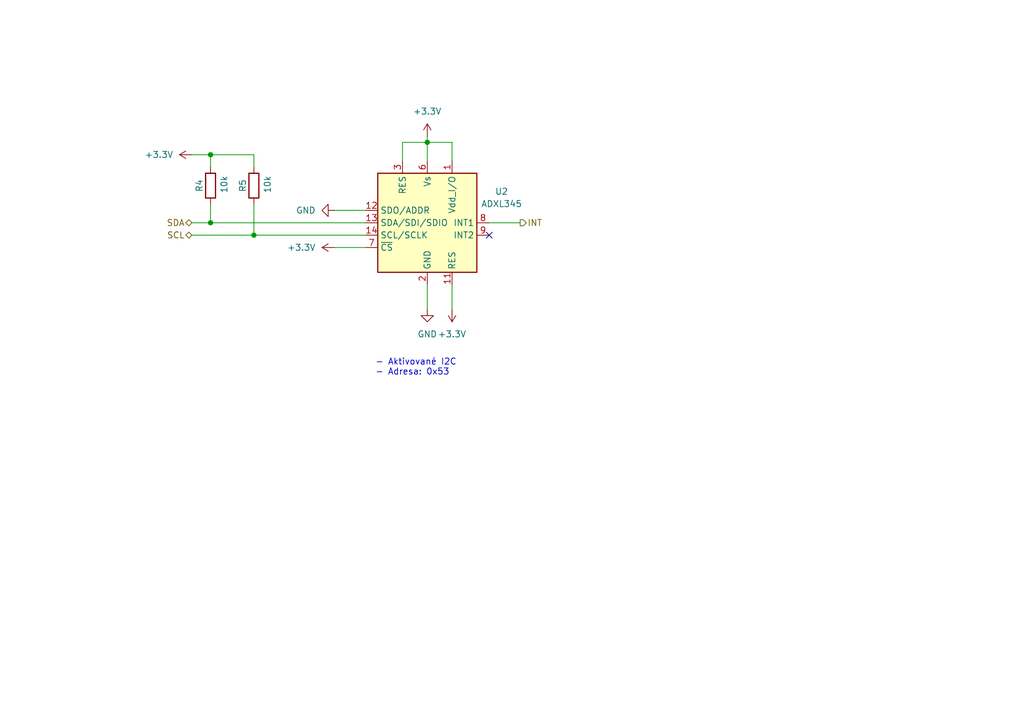
<source format=kicad_sch>
(kicad_sch (version 20250114) (generator "eeschema") (generator_version "9.0")
  (paper "A5")
  (lib_symbols
    (symbol "Device:R" (pin_numbers (hide yes)) (pin_names (offset 0))
      (property "Reference" "R" (at 2.032 0 90))
      (property "Value" "R" (at 0 0 90))
      (symbol "R_0_1"
        (rectangle (start -1.016 -2.54) (end 1.016 2.54) (stroke (width 0.254)))
      )
      (symbol "R_1_1"
        (pin passive line (at 0 3.81 270) (length 1.27) (name "~") (number "1"))
        (pin passive line (at 0 -3.81 90) (length 1.27) (name "~") (number "2"))
      )
    )
    (symbol "Sensor_Motion:ADXL343"
      (property "Reference" "U" (at -8.89 11.43 0))
      (property "Value" "ADXL343" (at -7.62 -11.43 0))
      (symbol "ADXL343_0_1"
        (rectangle (start -10.16 10.16) (end 10.16 -10.16) (stroke (width 0.254)) (fill (type background)))
      )
      (symbol "ADXL343_1_1"
        (pin bidirectional line (at -12.7 2.54 0) (length 2.54) (name "SDO/ADDR") (number "12"))
        (pin bidirectional line (at -12.7 0 0) (length 2.54) (name "SDA/SDI/SDIO") (number "13"))
        (pin input line (at -12.7 -2.54 0) (length 2.54) (name "SCL/SCLK") (number "14"))
        (pin input line (at -12.7 -5.08 0) (length 2.54) (name "~{CS}") (number "7"))
        (pin passive line (at -5.08 12.7 270) (length 2.54) (name "RES") (number "3"))
        (pin no_connect line (at -5.08 -10.16 90) (length 2.54) (hide yes) (name "NC") (number "10"))
        (pin power_in line (at 0 12.7 270) (length 2.54) (name "Vs") (number "6"))
        (pin power_in line (at 0 -12.7 90) (length 2.54) (name "GND") (number "2"))
        (pin passive line (at 0 -12.7 90) (length 2.54) (hide yes) (name "GND") (number "4"))
        (pin passive line (at 0 -12.7 90) (length 2.54) (hide yes) (name "GND") (number "5"))
        (pin power_in line (at 5.08 12.7 270) (length 2.54) (name "Vdd_I/O") (number "1"))
        (pin passive line (at 5.08 -12.7 90) (length 2.54) (name "RES") (number "11"))
        (pin output line (at 12.7 0 180) (length 2.54) (name "INT1") (number "8"))
        (pin output line (at 12.7 -2.54 180) (length 2.54) (name "INT2") (number "9"))
      )
    )
    (symbol "power:GND" (power) (pin_numbers (hide yes)) (pin_names (offset 0) (hide yes))
      (property "Value" "GND" (at 0 -3.81 0))
      (symbol "GND_0_1"
        (polyline (pts (xy 0 0) (xy 0 -1.27) (xy 1.27 -1.27) (xy 0 -2.54) (xy -1.27 -1.27) (xy 0 -1.27)))
      )
      (symbol "GND_1_1"
        (pin power_in line (at 0 0 270) (length 0) (name "~") (number "1"))
      )
    )
    (symbol "power:VCC" (power) (pin_numbers (hide yes)) (pin_names (offset 0) (hide yes))
      (property "Value" "VCC" (at 0 3.556 0))
      (symbol "VCC_0_1"
        (polyline (pts (xy -0.762 1.27) (xy 0 2.54)))
        (polyline (pts (xy 0 2.54) (xy 0.762 1.27)))
        (polyline (pts (xy 0 0) (xy 0 2.54)))
      )
      (symbol "VCC_1_1"
        (pin power_in line (at 0 0 90) (length 0) (name "~") (number "1"))
      )
    )
  )
  (text "- Aktivované I2C\n- Adresa: 0x53" (at 76.962 73.66 0) (effects (font (size 1.27 1.27)) (justify left top)))
  (junction (at 43.18 31.75))
  (junction (at 52.07 48.26))
  (junction (at 87.63 29.21))
  (junction (at 43.18 45.72))
  (no_connect (at 100.33 48.26))
  (wire (pts (xy 39.37 48.26) (xy 52.07 48.26)))
  (wire (pts (xy 39.37 45.72) (xy 43.18 45.72)))
  (wire (pts (xy 82.55 29.21) (xy 87.63 29.21)))
  (wire (pts (xy 68.58 50.8) (xy 74.93 50.8)))
  (wire (pts (xy 82.55 33.02) (xy 82.55 29.21)))
  (wire (pts (xy 68.58 43.18) (xy 74.93 43.18)))
  (wire (pts (xy 92.71 58.42) (xy 92.71 63.5)))
  (wire (pts (xy 87.63 58.42) (xy 87.63 63.5)))
  (wire (pts (xy 87.63 27.94) (xy 87.63 29.21)))
  (wire (pts (xy 92.71 33.02) (xy 92.71 29.21)))
  (wire (pts (xy 39.37 31.75) (xy 43.18 31.75)))
  (wire (pts (xy 52.07 48.26) (xy 74.93 48.26)))
  (wire (pts (xy 52.07 41.91) (xy 52.07 48.26)))
  (wire (pts (xy 52.07 31.75) (xy 52.07 34.29)))
  (wire (pts (xy 87.63 29.21) (xy 87.63 33.02)))
  (wire (pts (xy 43.18 41.91) (xy 43.18 45.72)))
  (wire (pts (xy 43.18 31.75) (xy 43.18 34.29)))
  (wire (pts (xy 43.18 31.75) (xy 52.07 31.75)))
  (wire (pts (xy 100.33 45.72) (xy 106.68 45.72)))
  (wire (pts (xy 43.18 45.72) (xy 74.93 45.72)))
  (wire (pts (xy 92.71 29.21) (xy 87.63 29.21)))
  (hierarchical_label "SCL" (shape bidirectional) (at 39.37 48.26 180))
  (hierarchical_label "INT" (shape output) (at 106.68 45.72 0))
  (hierarchical_label "SDA" (shape bidirectional) (at 39.37 45.72 180))
  (symbol (lib_id "power:GND") (at 68.58 43.18 270) (unit 1)
    (property "Reference" "#PWR026" (effects (hide yes)))
    (property "Value" "GND" (at 64.77 43.1799 90) (effects (justify right)))
    (property "Description" "Power symbol creates a global label with name \"GND\" , ground" (effects (hide yes)))
  )
  (symbol (lib_id "power:VCC") (at 87.63 27.94 0) (unit 1)
    (property "Reference" "#PWR028" (effects (hide yes)))
    (property "Value" "+3.3V" (at 87.63 22.86 0))
    (property "Description" "Power symbol creates a global label with name \"VCC\"" (effects (hide yes)))
  )
  (symbol (lib_id "power:VCC") (at 39.37 31.75 90) (unit 1)
    (property "Reference" "#PWR027" (effects (hide yes)))
    (property "Value" "+3.3V" (at 35.56 31.7499 90) (effects (justify left)))
    (property "Description" "Power symbol creates a global label with name \"VCC\"" (effects (hide yes)))
  )
  (symbol (lib_id "power:VCC") (at 68.58 50.8 90) (unit 1)
    (property "Reference" "#PWR025" (effects (hide yes)))
    (property "Value" "+3.3V" (at 64.77 50.7999 90) (effects (justify left)))
    (property "Description" "Power symbol creates a global label with name \"VCC\"" (effects (hide yes)))
  )
  (symbol (lib_id "Device:R") (at 43.18 38.1 180) (unit 1)
    (property "Reference" "R4" (at 40.894 38.1 90))
    (property "Value" "10k" (at 45.974 37.846 90))
    (property "Footprint" "Resistor_SMD:R_0603_1608Metric_Pad0.98x0.95mm_HandSolder" (effects (hide yes)))
    (property "Description" "Resistor" (effects (hide yes)))
    (property "Manufacturer Part Number" "CRCW0603910KFKEAHP" (effects (hide yes)))
    (property "Supplier" "Mouser" (effects (hide yes)))
    (property "Supplier Part Number" "71-CRCW0603910KFKEAH" (effects (hide yes)))
  )
  (symbol (lib_id "power:VCC") (at 92.71 63.5 180) (unit 1)
    (property "Reference" "#PWR029" (effects (hide yes)))
    (property "Value" "+3.3V" (at 92.71 68.58 0))
    (property "Description" "Power symbol creates a global label with name \"VCC\"" (effects (hide yes)))
  )
  (symbol (lib_id "Sensor_Motion:ADXL343") (at 87.63 45.72 0) (unit 1)
    (property "Reference" "U2" (at 102.87 39.2998 0))
    (property "Value" "ADXL345" (at 102.87 41.8398 0))
    (property "Footprint" "Package_LGA:LGA-14_3x5mm_P0.8mm_LayoutBorder1x6y" (effects (hide yes)))
    (property "Datasheet" "https://cz.mouser.com/datasheet/3/1014/1/5EB6D493A261F4A83E1FA0AE2BA84ED391EF50A03F09427C365C2A225C2ED909.pdf" (effects (hide yes)))
    (property "Description" "3-Axis MEMS Accelerometer" (effects (hide yes)))
    (property "Manufacturer Part Number" "ADXL345BCCZ" (effects (hide yes)))
    (property "Supplier" "Mouser" (effects (hide yes)))
    (property "Supplier Part Number" "584-ADXL345BCCZ" (effects (hide yes)))
  )
  (symbol (lib_id "Device:R") (at 52.07 38.1 180) (unit 1)
    (property "Reference" "R5" (at 49.784 38.1 90))
    (property "Value" "10k" (at 54.864 37.846 90))
    (property "Footprint" "Resistor_SMD:R_0603_1608Metric_Pad0.98x0.95mm_HandSolder" (effects (hide yes)))
    (property "Description" "Resistor" (effects (hide yes)))
    (property "Manufacturer Part Number" "CRCW0603910KFKEAHP" (effects (hide yes)))
    (property "Supplier" "Mouser" (effects (hide yes)))
    (property "Supplier Part Number" "71-CRCW0603910KFKEAH" (effects (hide yes)))
  )
  (symbol (lib_id "power:GND") (at 87.63 63.5 0) (unit 1)
    (property "Reference" "#PWR024" (effects (hide yes)))
    (property "Value" "GND" (at 87.63 68.58 0))
    (property "Description" "Power symbol creates a global label with name \"GND\" , ground" (effects (hide yes)))
  )
)
</source>
